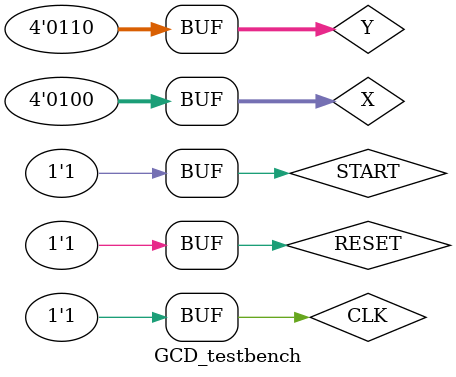
<source format=v>
`timescale 1ns / 1ps


module GCD_testbench;

	// Inputs
	reg CLK;
	reg [3:0] X;
	reg [3:0] Y;
	reg START;
	reg RESET;

	// Outputs
	wire [3:0] GCD_OUT;
	wire DONE;

	// Instantiate the Unit Under Test (UUT)
	topmodule uut (
		.CLK(CLK), 
		.X(X), 
		.Y(Y), 
		.START(START), 
		.RESET(RESET), 
		.GCD_OUT(GCD_OUT), 
		.DONE(DONE)
	);

	always
   begin
      CLK <= 0;
      #25;
      CLK <= 1;
      #25;
   end

	initial begin
		// Initialize Inputs
		CLK = 1;
		X = 0;
		Y = 0;
		START = 0;
		RESET = 0;

		// Wait 100 ns for global RESET to finish
		#100;
        
		  RESET = 1;
		  #100;
		  START = 1;
		  X = 4;
		  Y = 6;
		  
		  
		// Add stimulus here

	end
      
endmodule


</source>
